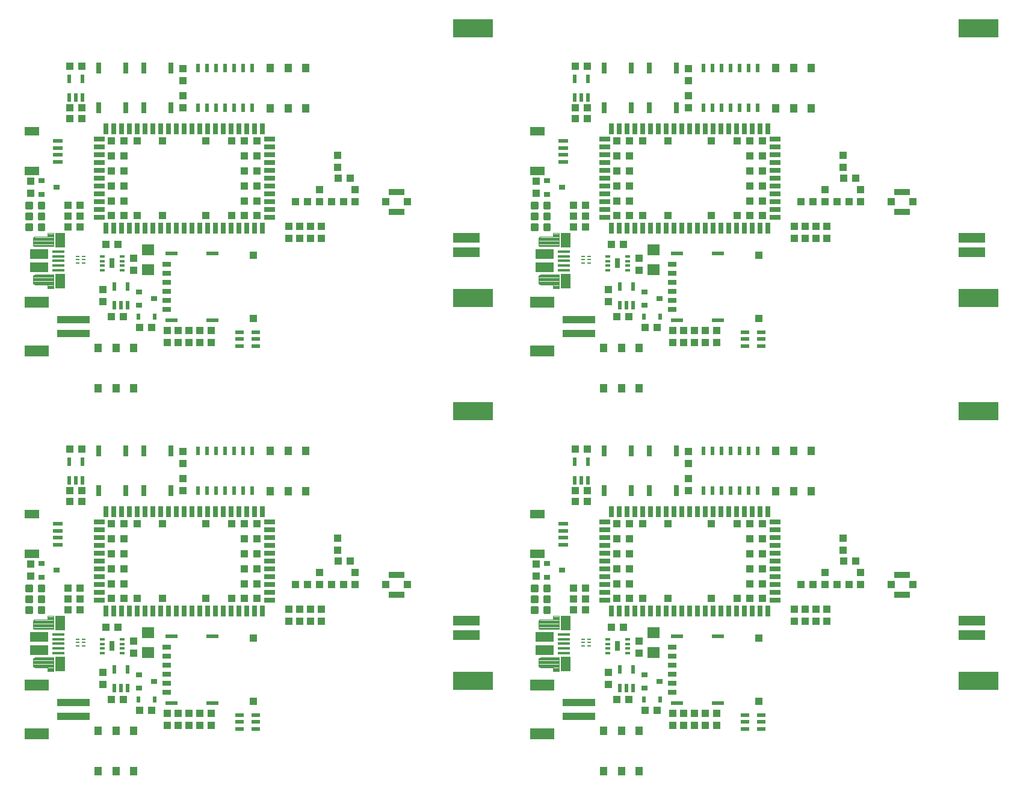
<source format=gtp>
G75*
%MOIN*%
%OFA0B0*%
%FSLAX25Y25*%
%IPPOS*%
%LPD*%
%AMOC8*
5,1,8,0,0,1.08239X$1,22.5*
%
%ADD10R,0.02953X0.06102*%
%ADD11R,0.06102X0.02953*%
%ADD12R,0.04134X0.04134*%
%ADD13R,0.05748X0.07874*%
%ADD14R,0.09843X0.05610*%
%ADD15C,0.00400*%
%ADD16C,0.00197*%
%ADD17R,0.07874X0.04724*%
%ADD18R,0.05315X0.02362*%
%ADD19R,0.18110X0.03937*%
%ADD20R,0.13386X0.06299*%
%ADD21R,0.03000X0.06000*%
%ADD22R,0.02165X0.04724*%
%ADD23R,0.04331X0.03937*%
%ADD24R,0.02480X0.03268*%
%ADD25C,0.01181*%
%ADD26R,0.03543X0.03150*%
%ADD27R,0.03937X0.04331*%
%ADD28R,0.02559X0.01181*%
%ADD29R,0.03150X0.05413*%
%ADD30R,0.03937X0.04528*%
%ADD31R,0.05118X0.02559*%
%ADD32R,0.07087X0.01890*%
%ADD33R,0.03937X0.04055*%
%ADD34R,0.08661X0.03346*%
%ADD35R,0.04134X0.03937*%
%ADD36R,0.02362X0.04724*%
%ADD37R,0.07087X0.06299*%
%ADD38R,0.22047X0.10236*%
%ADD39R,0.14567X0.05512*%
%ADD40R,0.02402X0.00984*%
%ADD41R,0.02205X0.00984*%
%ADD42R,0.04724X0.02362*%
D10*
X0109217Y0120941D03*
X0113547Y0120941D03*
X0117878Y0120941D03*
X0122209Y0120941D03*
X0126539Y0120941D03*
X0130870Y0120941D03*
X0135201Y0120941D03*
X0139531Y0120941D03*
X0143862Y0120941D03*
X0148193Y0120941D03*
X0152524Y0120941D03*
X0156854Y0120941D03*
X0161185Y0120941D03*
X0165516Y0120941D03*
X0169846Y0120941D03*
X0174177Y0120941D03*
X0178508Y0120941D03*
X0182839Y0120941D03*
X0187169Y0120941D03*
X0191500Y0120941D03*
X0195831Y0120941D03*
X0195831Y0176059D03*
X0191500Y0176059D03*
X0187169Y0176059D03*
X0182839Y0176059D03*
X0178508Y0176059D03*
X0174177Y0176059D03*
X0169846Y0176059D03*
X0165516Y0176059D03*
X0161185Y0176059D03*
X0156854Y0176059D03*
X0152524Y0176059D03*
X0148193Y0176059D03*
X0143862Y0176059D03*
X0139531Y0176059D03*
X0135201Y0176059D03*
X0130870Y0176059D03*
X0126539Y0176059D03*
X0122209Y0176059D03*
X0117878Y0176059D03*
X0113547Y0176059D03*
X0109217Y0176059D03*
X0109217Y0332941D03*
X0113547Y0332941D03*
X0117878Y0332941D03*
X0122209Y0332941D03*
X0126539Y0332941D03*
X0130870Y0332941D03*
X0135201Y0332941D03*
X0139531Y0332941D03*
X0143862Y0332941D03*
X0148193Y0332941D03*
X0152524Y0332941D03*
X0156854Y0332941D03*
X0161185Y0332941D03*
X0165516Y0332941D03*
X0169846Y0332941D03*
X0174177Y0332941D03*
X0178508Y0332941D03*
X0182839Y0332941D03*
X0187169Y0332941D03*
X0191500Y0332941D03*
X0195831Y0332941D03*
X0195831Y0388059D03*
X0191500Y0388059D03*
X0187169Y0388059D03*
X0182839Y0388059D03*
X0178508Y0388059D03*
X0174177Y0388059D03*
X0169846Y0388059D03*
X0165516Y0388059D03*
X0161185Y0388059D03*
X0156854Y0388059D03*
X0152524Y0388059D03*
X0148193Y0388059D03*
X0143862Y0388059D03*
X0139531Y0388059D03*
X0135201Y0388059D03*
X0130870Y0388059D03*
X0126539Y0388059D03*
X0122209Y0388059D03*
X0117878Y0388059D03*
X0113547Y0388059D03*
X0109217Y0388059D03*
X0389217Y0388059D03*
X0393547Y0388059D03*
X0397878Y0388059D03*
X0402209Y0388059D03*
X0406539Y0388059D03*
X0410870Y0388059D03*
X0415201Y0388059D03*
X0419531Y0388059D03*
X0423862Y0388059D03*
X0428193Y0388059D03*
X0432524Y0388059D03*
X0436854Y0388059D03*
X0441185Y0388059D03*
X0445516Y0388059D03*
X0449846Y0388059D03*
X0454177Y0388059D03*
X0458508Y0388059D03*
X0462839Y0388059D03*
X0467169Y0388059D03*
X0471500Y0388059D03*
X0475831Y0388059D03*
X0475831Y0332941D03*
X0471500Y0332941D03*
X0467169Y0332941D03*
X0462839Y0332941D03*
X0458508Y0332941D03*
X0454177Y0332941D03*
X0449846Y0332941D03*
X0445516Y0332941D03*
X0441185Y0332941D03*
X0436854Y0332941D03*
X0432524Y0332941D03*
X0428193Y0332941D03*
X0423862Y0332941D03*
X0419531Y0332941D03*
X0415201Y0332941D03*
X0410870Y0332941D03*
X0406539Y0332941D03*
X0402209Y0332941D03*
X0397878Y0332941D03*
X0393547Y0332941D03*
X0389217Y0332941D03*
X0389217Y0176059D03*
X0393547Y0176059D03*
X0397878Y0176059D03*
X0402209Y0176059D03*
X0406539Y0176059D03*
X0410870Y0176059D03*
X0415201Y0176059D03*
X0419531Y0176059D03*
X0423862Y0176059D03*
X0428193Y0176059D03*
X0432524Y0176059D03*
X0436854Y0176059D03*
X0441185Y0176059D03*
X0445516Y0176059D03*
X0449846Y0176059D03*
X0454177Y0176059D03*
X0458508Y0176059D03*
X0462839Y0176059D03*
X0467169Y0176059D03*
X0471500Y0176059D03*
X0475831Y0176059D03*
X0475831Y0120941D03*
X0471500Y0120941D03*
X0467169Y0120941D03*
X0462839Y0120941D03*
X0458508Y0120941D03*
X0454177Y0120941D03*
X0449846Y0120941D03*
X0445516Y0120941D03*
X0441185Y0120941D03*
X0436854Y0120941D03*
X0432524Y0120941D03*
X0428193Y0120941D03*
X0423862Y0120941D03*
X0419531Y0120941D03*
X0415201Y0120941D03*
X0410870Y0120941D03*
X0406539Y0120941D03*
X0402209Y0120941D03*
X0397878Y0120941D03*
X0393547Y0120941D03*
X0389217Y0120941D03*
D11*
X0385280Y0126846D03*
X0385280Y0131177D03*
X0385280Y0135508D03*
X0385280Y0139839D03*
X0385280Y0144169D03*
X0385280Y0148500D03*
X0385280Y0152831D03*
X0385280Y0157161D03*
X0385280Y0161492D03*
X0385280Y0165823D03*
X0385280Y0170154D03*
X0479768Y0170154D03*
X0479768Y0165823D03*
X0479768Y0161492D03*
X0479768Y0157161D03*
X0479768Y0152831D03*
X0479768Y0148500D03*
X0479768Y0144169D03*
X0479768Y0139839D03*
X0479768Y0135508D03*
X0479768Y0131177D03*
X0479768Y0126846D03*
X0199768Y0126846D03*
X0199768Y0131177D03*
X0199768Y0135508D03*
X0199768Y0139839D03*
X0199768Y0144169D03*
X0199768Y0148500D03*
X0199768Y0152831D03*
X0199768Y0157161D03*
X0199768Y0161492D03*
X0199768Y0165823D03*
X0199768Y0170154D03*
X0105280Y0170154D03*
X0105280Y0165823D03*
X0105280Y0161492D03*
X0105280Y0157161D03*
X0105280Y0152831D03*
X0105280Y0148500D03*
X0105280Y0144169D03*
X0105280Y0139839D03*
X0105280Y0135508D03*
X0105280Y0131177D03*
X0105280Y0126846D03*
X0105280Y0338846D03*
X0105280Y0343177D03*
X0105280Y0347508D03*
X0105280Y0351839D03*
X0105280Y0356169D03*
X0105280Y0360500D03*
X0105280Y0364831D03*
X0105280Y0369161D03*
X0105280Y0373492D03*
X0105280Y0377823D03*
X0105280Y0382154D03*
X0199768Y0382154D03*
X0199768Y0377823D03*
X0199768Y0373492D03*
X0199768Y0369161D03*
X0199768Y0364831D03*
X0199768Y0360500D03*
X0199768Y0356169D03*
X0199768Y0351839D03*
X0199768Y0347508D03*
X0199768Y0343177D03*
X0199768Y0338846D03*
X0385280Y0338846D03*
X0385280Y0343177D03*
X0385280Y0347508D03*
X0385280Y0351839D03*
X0385280Y0356169D03*
X0385280Y0360500D03*
X0385280Y0364831D03*
X0385280Y0369161D03*
X0385280Y0373492D03*
X0385280Y0377823D03*
X0385280Y0382154D03*
X0479768Y0382154D03*
X0479768Y0377823D03*
X0479768Y0373492D03*
X0479768Y0369161D03*
X0479768Y0364831D03*
X0479768Y0360500D03*
X0479768Y0356169D03*
X0479768Y0351839D03*
X0479768Y0347508D03*
X0479768Y0343177D03*
X0479768Y0338846D03*
D12*
X0472878Y0339831D03*
X0465791Y0339831D03*
X0458705Y0339831D03*
X0465791Y0348098D03*
X0472878Y0348098D03*
X0472878Y0356366D03*
X0465791Y0356366D03*
X0465791Y0364634D03*
X0472878Y0364634D03*
X0472878Y0372902D03*
X0465791Y0372902D03*
X0465791Y0381169D03*
X0458705Y0381169D03*
X0472878Y0381169D03*
X0444531Y0381169D03*
X0420516Y0381169D03*
X0406343Y0381169D03*
X0399256Y0381169D03*
X0392169Y0381169D03*
X0392169Y0372902D03*
X0399256Y0372902D03*
X0399256Y0364634D03*
X0392169Y0364634D03*
X0392169Y0356366D03*
X0399256Y0356366D03*
X0399256Y0348098D03*
X0392169Y0348098D03*
X0392169Y0339831D03*
X0399256Y0339831D03*
X0406343Y0339831D03*
X0420516Y0339831D03*
X0444531Y0339831D03*
X0444531Y0169169D03*
X0458705Y0169169D03*
X0465791Y0169169D03*
X0472878Y0169169D03*
X0472878Y0160902D03*
X0465791Y0160902D03*
X0465791Y0152634D03*
X0472878Y0152634D03*
X0472878Y0144366D03*
X0465791Y0144366D03*
X0465791Y0136098D03*
X0472878Y0136098D03*
X0472878Y0127831D03*
X0465791Y0127831D03*
X0458705Y0127831D03*
X0444531Y0127831D03*
X0420516Y0127831D03*
X0406343Y0127831D03*
X0399256Y0127831D03*
X0392169Y0127831D03*
X0392169Y0136098D03*
X0399256Y0136098D03*
X0399256Y0144366D03*
X0392169Y0144366D03*
X0392169Y0152634D03*
X0399256Y0152634D03*
X0399256Y0160902D03*
X0392169Y0160902D03*
X0392169Y0169169D03*
X0399256Y0169169D03*
X0406343Y0169169D03*
X0420516Y0169169D03*
X0192878Y0169169D03*
X0185791Y0169169D03*
X0178705Y0169169D03*
X0185791Y0160902D03*
X0192878Y0160902D03*
X0192878Y0152634D03*
X0185791Y0152634D03*
X0185791Y0144366D03*
X0192878Y0144366D03*
X0192878Y0136098D03*
X0185791Y0136098D03*
X0185791Y0127831D03*
X0178705Y0127831D03*
X0192878Y0127831D03*
X0164531Y0127831D03*
X0140516Y0127831D03*
X0126343Y0127831D03*
X0119256Y0127831D03*
X0112169Y0127831D03*
X0112169Y0136098D03*
X0119256Y0136098D03*
X0119256Y0144366D03*
X0112169Y0144366D03*
X0112169Y0152634D03*
X0119256Y0152634D03*
X0119256Y0160902D03*
X0112169Y0160902D03*
X0112169Y0169169D03*
X0119256Y0169169D03*
X0126343Y0169169D03*
X0140516Y0169169D03*
X0164531Y0169169D03*
X0164531Y0339831D03*
X0178705Y0339831D03*
X0185791Y0339831D03*
X0192878Y0339831D03*
X0192878Y0348098D03*
X0185791Y0348098D03*
X0185791Y0356366D03*
X0192878Y0356366D03*
X0192878Y0364634D03*
X0185791Y0364634D03*
X0185791Y0372902D03*
X0192878Y0372902D03*
X0192878Y0381169D03*
X0185791Y0381169D03*
X0178705Y0381169D03*
X0164531Y0381169D03*
X0140516Y0381169D03*
X0126343Y0381169D03*
X0119256Y0381169D03*
X0112169Y0381169D03*
X0112169Y0372902D03*
X0119256Y0372902D03*
X0119256Y0364634D03*
X0112169Y0364634D03*
X0112169Y0356366D03*
X0119256Y0356366D03*
X0119256Y0348098D03*
X0112169Y0348098D03*
X0112169Y0339831D03*
X0119256Y0339831D03*
X0126343Y0339831D03*
X0140516Y0339831D03*
D13*
X0083606Y0326417D03*
X0083606Y0303583D03*
X0363606Y0303583D03*
X0363606Y0326417D03*
X0363606Y0114417D03*
X0363606Y0091583D03*
X0083606Y0091583D03*
X0083606Y0114417D03*
D14*
X0071992Y0106789D03*
X0071992Y0099211D03*
X0351992Y0099211D03*
X0351992Y0106789D03*
X0351992Y0311211D03*
X0351992Y0318789D03*
X0071992Y0318789D03*
X0071992Y0311211D03*
D15*
X0069964Y0307194D02*
X0069675Y0307161D01*
X0069400Y0307065D01*
X0069153Y0306910D01*
X0068947Y0306704D01*
X0068793Y0306458D01*
X0068696Y0306183D01*
X0068664Y0305894D01*
X0068664Y0302994D01*
X0068694Y0302727D01*
X0068783Y0302473D01*
X0068926Y0302246D01*
X0069116Y0302055D01*
X0069343Y0301913D01*
X0069597Y0301824D01*
X0069864Y0301794D01*
X0076764Y0301794D01*
X0076802Y0301786D01*
X0076834Y0301764D01*
X0076856Y0301732D01*
X0076864Y0301694D01*
X0076864Y0299794D01*
X0079964Y0299794D01*
X0079964Y0307194D01*
X0069964Y0307194D01*
X0069391Y0307059D02*
X0079964Y0307059D01*
X0079964Y0306661D02*
X0068920Y0306661D01*
X0068724Y0306262D02*
X0079964Y0306262D01*
X0079964Y0305864D02*
X0068664Y0305864D01*
X0068664Y0305465D02*
X0079964Y0305465D01*
X0079964Y0305067D02*
X0068664Y0305067D01*
X0068664Y0304668D02*
X0079964Y0304668D01*
X0079964Y0304270D02*
X0068664Y0304270D01*
X0068664Y0303871D02*
X0079964Y0303871D01*
X0079964Y0303473D02*
X0068664Y0303473D01*
X0068664Y0303074D02*
X0079964Y0303074D01*
X0079964Y0302676D02*
X0068712Y0302676D01*
X0068906Y0302277D02*
X0079964Y0302277D01*
X0079964Y0301879D02*
X0069440Y0301879D01*
X0076864Y0301480D02*
X0079964Y0301480D01*
X0079964Y0301082D02*
X0076864Y0301082D01*
X0076864Y0300683D02*
X0079964Y0300683D01*
X0079964Y0300285D02*
X0076864Y0300285D01*
X0076864Y0299886D02*
X0079964Y0299886D01*
X0079964Y0322857D02*
X0069964Y0322857D01*
X0069675Y0322889D01*
X0069400Y0322986D01*
X0069153Y0323140D01*
X0068947Y0323346D01*
X0068793Y0323593D01*
X0068696Y0323868D01*
X0068664Y0324157D01*
X0068664Y0327057D01*
X0068694Y0327324D01*
X0068783Y0327577D01*
X0068926Y0327805D01*
X0069116Y0327995D01*
X0069343Y0328138D01*
X0069597Y0328227D01*
X0069864Y0328257D01*
X0076764Y0328257D01*
X0076802Y0328264D01*
X0076834Y0328286D01*
X0076856Y0328319D01*
X0076864Y0328357D01*
X0076864Y0330257D01*
X0079964Y0330257D01*
X0079964Y0322857D01*
X0079964Y0323000D02*
X0069377Y0323000D01*
X0068915Y0323398D02*
X0079964Y0323398D01*
X0079964Y0323797D02*
X0068721Y0323797D01*
X0068664Y0324195D02*
X0079964Y0324195D01*
X0079964Y0324594D02*
X0068664Y0324594D01*
X0068664Y0324992D02*
X0079964Y0324992D01*
X0079964Y0325391D02*
X0068664Y0325391D01*
X0068664Y0325789D02*
X0079964Y0325789D01*
X0079964Y0326188D02*
X0068664Y0326188D01*
X0068664Y0326586D02*
X0079964Y0326586D01*
X0079964Y0326985D02*
X0068664Y0326985D01*
X0068715Y0327383D02*
X0079964Y0327383D01*
X0079964Y0327782D02*
X0068911Y0327782D01*
X0069465Y0328181D02*
X0079964Y0328181D01*
X0079964Y0328579D02*
X0076864Y0328579D01*
X0076864Y0328978D02*
X0079964Y0328978D01*
X0079964Y0329376D02*
X0076864Y0329376D01*
X0076864Y0329775D02*
X0079964Y0329775D01*
X0079964Y0330173D02*
X0076864Y0330173D01*
X0348664Y0327057D02*
X0348664Y0324157D01*
X0348696Y0323868D01*
X0348793Y0323593D01*
X0348947Y0323346D01*
X0349153Y0323140D01*
X0349400Y0322986D01*
X0349675Y0322889D01*
X0349964Y0322857D01*
X0359964Y0322857D01*
X0359964Y0330257D01*
X0356864Y0330257D01*
X0356864Y0328357D01*
X0356856Y0328319D01*
X0356834Y0328286D01*
X0356802Y0328264D01*
X0356764Y0328257D01*
X0349864Y0328257D01*
X0349597Y0328227D01*
X0349343Y0328138D01*
X0349116Y0327995D01*
X0348926Y0327805D01*
X0348783Y0327577D01*
X0348694Y0327324D01*
X0348664Y0327057D01*
X0348664Y0326985D02*
X0359964Y0326985D01*
X0359964Y0327383D02*
X0348715Y0327383D01*
X0348911Y0327782D02*
X0359964Y0327782D01*
X0359964Y0328181D02*
X0349465Y0328181D01*
X0348664Y0326586D02*
X0359964Y0326586D01*
X0359964Y0326188D02*
X0348664Y0326188D01*
X0348664Y0325789D02*
X0359964Y0325789D01*
X0359964Y0325391D02*
X0348664Y0325391D01*
X0348664Y0324992D02*
X0359964Y0324992D01*
X0359964Y0324594D02*
X0348664Y0324594D01*
X0348664Y0324195D02*
X0359964Y0324195D01*
X0359964Y0323797D02*
X0348721Y0323797D01*
X0348915Y0323398D02*
X0359964Y0323398D01*
X0359964Y0323000D02*
X0349377Y0323000D01*
X0356864Y0328579D02*
X0359964Y0328579D01*
X0359964Y0328978D02*
X0356864Y0328978D01*
X0356864Y0329376D02*
X0359964Y0329376D01*
X0359964Y0329775D02*
X0356864Y0329775D01*
X0356864Y0330173D02*
X0359964Y0330173D01*
X0359964Y0307194D02*
X0349964Y0307194D01*
X0349675Y0307161D01*
X0349400Y0307065D01*
X0349153Y0306910D01*
X0348947Y0306704D01*
X0348793Y0306458D01*
X0348696Y0306183D01*
X0348664Y0305894D01*
X0348664Y0302994D01*
X0348694Y0302727D01*
X0348783Y0302473D01*
X0348926Y0302246D01*
X0349116Y0302055D01*
X0349343Y0301913D01*
X0349597Y0301824D01*
X0349864Y0301794D01*
X0356764Y0301794D01*
X0356802Y0301786D01*
X0356834Y0301764D01*
X0356856Y0301732D01*
X0356864Y0301694D01*
X0356864Y0299794D01*
X0359964Y0299794D01*
X0359964Y0307194D01*
X0359964Y0307059D02*
X0349391Y0307059D01*
X0348920Y0306661D02*
X0359964Y0306661D01*
X0359964Y0306262D02*
X0348724Y0306262D01*
X0348664Y0305864D02*
X0359964Y0305864D01*
X0359964Y0305465D02*
X0348664Y0305465D01*
X0348664Y0305067D02*
X0359964Y0305067D01*
X0359964Y0304668D02*
X0348664Y0304668D01*
X0348664Y0304270D02*
X0359964Y0304270D01*
X0359964Y0303871D02*
X0348664Y0303871D01*
X0348664Y0303473D02*
X0359964Y0303473D01*
X0359964Y0303074D02*
X0348664Y0303074D01*
X0348712Y0302676D02*
X0359964Y0302676D01*
X0359964Y0302277D02*
X0348906Y0302277D01*
X0349440Y0301879D02*
X0359964Y0301879D01*
X0359964Y0301480D02*
X0356864Y0301480D01*
X0356864Y0301082D02*
X0359964Y0301082D01*
X0359964Y0300683D02*
X0356864Y0300683D01*
X0356864Y0300285D02*
X0359964Y0300285D01*
X0359964Y0299886D02*
X0356864Y0299886D01*
X0356864Y0118257D02*
X0359964Y0118257D01*
X0359964Y0110857D01*
X0349964Y0110857D01*
X0349675Y0110889D01*
X0349400Y0110986D01*
X0349153Y0111140D01*
X0348947Y0111346D01*
X0348793Y0111593D01*
X0348696Y0111868D01*
X0348664Y0112157D01*
X0348664Y0115057D01*
X0348694Y0115324D01*
X0348783Y0115577D01*
X0348926Y0115805D01*
X0349116Y0115995D01*
X0349343Y0116138D01*
X0349597Y0116227D01*
X0349864Y0116257D01*
X0356764Y0116257D01*
X0356802Y0116264D01*
X0356834Y0116286D01*
X0356856Y0116319D01*
X0356864Y0116357D01*
X0356864Y0118257D01*
X0356864Y0118165D02*
X0359964Y0118165D01*
X0359964Y0117767D02*
X0356864Y0117767D01*
X0356864Y0117368D02*
X0359964Y0117368D01*
X0359964Y0116970D02*
X0356864Y0116970D01*
X0356864Y0116571D02*
X0359964Y0116571D01*
X0359964Y0116172D02*
X0349442Y0116172D01*
X0348906Y0115774D02*
X0359964Y0115774D01*
X0359964Y0115375D02*
X0348712Y0115375D01*
X0348664Y0114977D02*
X0359964Y0114977D01*
X0359964Y0114578D02*
X0348664Y0114578D01*
X0348664Y0114180D02*
X0359964Y0114180D01*
X0359964Y0113781D02*
X0348664Y0113781D01*
X0348664Y0113383D02*
X0359964Y0113383D01*
X0359964Y0112984D02*
X0348664Y0112984D01*
X0348664Y0112586D02*
X0359964Y0112586D01*
X0359964Y0112187D02*
X0348664Y0112187D01*
X0348724Y0111789D02*
X0359964Y0111789D01*
X0359964Y0111390D02*
X0348920Y0111390D01*
X0349390Y0110992D02*
X0359964Y0110992D01*
X0359964Y0095194D02*
X0349964Y0095194D01*
X0349675Y0095161D01*
X0349400Y0095065D01*
X0349153Y0094910D01*
X0348947Y0094704D01*
X0348793Y0094458D01*
X0348696Y0094183D01*
X0348664Y0093894D01*
X0348664Y0090994D01*
X0348694Y0090727D01*
X0348783Y0090473D01*
X0348926Y0090246D01*
X0349116Y0090055D01*
X0349343Y0089913D01*
X0349597Y0089824D01*
X0349864Y0089794D01*
X0356764Y0089794D01*
X0356802Y0089786D01*
X0356834Y0089764D01*
X0356856Y0089732D01*
X0356864Y0089694D01*
X0356864Y0087794D01*
X0359964Y0087794D01*
X0359964Y0095194D01*
X0359964Y0095051D02*
X0349378Y0095051D01*
X0348915Y0094653D02*
X0359964Y0094653D01*
X0359964Y0094254D02*
X0348721Y0094254D01*
X0348664Y0093856D02*
X0359964Y0093856D01*
X0359964Y0093457D02*
X0348664Y0093457D01*
X0348664Y0093059D02*
X0359964Y0093059D01*
X0359964Y0092660D02*
X0348664Y0092660D01*
X0348664Y0092262D02*
X0359964Y0092262D01*
X0359964Y0091863D02*
X0348664Y0091863D01*
X0348664Y0091465D02*
X0359964Y0091465D01*
X0359964Y0091066D02*
X0348664Y0091066D01*
X0348714Y0090668D02*
X0359964Y0090668D01*
X0359964Y0090269D02*
X0348911Y0090269D01*
X0349463Y0089871D02*
X0359964Y0089871D01*
X0359964Y0089472D02*
X0356864Y0089472D01*
X0356864Y0089074D02*
X0359964Y0089074D01*
X0359964Y0088675D02*
X0356864Y0088675D01*
X0356864Y0088277D02*
X0359964Y0088277D01*
X0359964Y0087878D02*
X0356864Y0087878D01*
X0079964Y0087878D02*
X0076864Y0087878D01*
X0076864Y0087794D02*
X0079964Y0087794D01*
X0079964Y0095194D01*
X0069964Y0095194D01*
X0069675Y0095161D01*
X0069400Y0095065D01*
X0069153Y0094910D01*
X0068947Y0094704D01*
X0068793Y0094458D01*
X0068696Y0094183D01*
X0068664Y0093894D01*
X0068664Y0090994D01*
X0068694Y0090727D01*
X0068783Y0090473D01*
X0068926Y0090246D01*
X0069116Y0090055D01*
X0069343Y0089913D01*
X0069597Y0089824D01*
X0069864Y0089794D01*
X0076764Y0089794D01*
X0076802Y0089786D01*
X0076834Y0089764D01*
X0076856Y0089732D01*
X0076864Y0089694D01*
X0076864Y0087794D01*
X0076864Y0088277D02*
X0079964Y0088277D01*
X0079964Y0088675D02*
X0076864Y0088675D01*
X0076864Y0089074D02*
X0079964Y0089074D01*
X0079964Y0089472D02*
X0076864Y0089472D01*
X0079964Y0089871D02*
X0069463Y0089871D01*
X0068911Y0090269D02*
X0079964Y0090269D01*
X0079964Y0090668D02*
X0068714Y0090668D01*
X0068664Y0091066D02*
X0079964Y0091066D01*
X0079964Y0091465D02*
X0068664Y0091465D01*
X0068664Y0091863D02*
X0079964Y0091863D01*
X0079964Y0092262D02*
X0068664Y0092262D01*
X0068664Y0092660D02*
X0079964Y0092660D01*
X0079964Y0093059D02*
X0068664Y0093059D01*
X0068664Y0093457D02*
X0079964Y0093457D01*
X0079964Y0093856D02*
X0068664Y0093856D01*
X0068721Y0094254D02*
X0079964Y0094254D01*
X0079964Y0094653D02*
X0068915Y0094653D01*
X0069378Y0095051D02*
X0079964Y0095051D01*
X0079964Y0110857D02*
X0069964Y0110857D01*
X0069675Y0110889D01*
X0069400Y0110986D01*
X0069153Y0111140D01*
X0068947Y0111346D01*
X0068793Y0111593D01*
X0068696Y0111868D01*
X0068664Y0112157D01*
X0068664Y0115057D01*
X0068694Y0115324D01*
X0068783Y0115577D01*
X0068926Y0115805D01*
X0069116Y0115995D01*
X0069343Y0116138D01*
X0069597Y0116227D01*
X0069864Y0116257D01*
X0076764Y0116257D01*
X0076802Y0116264D01*
X0076834Y0116286D01*
X0076856Y0116319D01*
X0076864Y0116357D01*
X0076864Y0118257D01*
X0079964Y0118257D01*
X0079964Y0110857D01*
X0079964Y0110992D02*
X0069390Y0110992D01*
X0068920Y0111390D02*
X0079964Y0111390D01*
X0079964Y0111789D02*
X0068724Y0111789D01*
X0068664Y0112187D02*
X0079964Y0112187D01*
X0079964Y0112586D02*
X0068664Y0112586D01*
X0068664Y0112984D02*
X0079964Y0112984D01*
X0079964Y0113383D02*
X0068664Y0113383D01*
X0068664Y0113781D02*
X0079964Y0113781D01*
X0079964Y0114180D02*
X0068664Y0114180D01*
X0068664Y0114578D02*
X0079964Y0114578D01*
X0079964Y0114977D02*
X0068664Y0114977D01*
X0068712Y0115375D02*
X0079964Y0115375D01*
X0079964Y0115774D02*
X0068906Y0115774D01*
X0069442Y0116172D02*
X0079964Y0116172D01*
X0079964Y0116571D02*
X0076864Y0116571D01*
X0076864Y0116970D02*
X0079964Y0116970D01*
X0079964Y0117368D02*
X0076864Y0117368D01*
X0076864Y0117767D02*
X0079964Y0117767D01*
X0079964Y0118165D02*
X0076864Y0118165D01*
D16*
X0079351Y0108610D02*
X0085748Y0108610D01*
X0085748Y0107626D01*
X0079351Y0107626D01*
X0079351Y0108610D01*
X0079351Y0108598D02*
X0085748Y0108598D01*
X0085748Y0108403D02*
X0079351Y0108403D01*
X0079351Y0108208D02*
X0085748Y0108208D01*
X0085748Y0108012D02*
X0079351Y0108012D01*
X0079351Y0107817D02*
X0085748Y0107817D01*
X0085748Y0106051D02*
X0079351Y0106051D01*
X0079351Y0105067D01*
X0085748Y0105067D01*
X0085748Y0106051D01*
X0085748Y0105863D02*
X0079351Y0105863D01*
X0079351Y0105668D02*
X0085748Y0105668D01*
X0085748Y0105473D02*
X0079351Y0105473D01*
X0079351Y0105277D02*
X0085748Y0105277D01*
X0085748Y0105082D02*
X0079351Y0105082D01*
X0079351Y0103492D02*
X0085748Y0103492D01*
X0085748Y0102508D01*
X0079351Y0102508D01*
X0079351Y0103492D01*
X0079351Y0103324D02*
X0085748Y0103324D01*
X0085748Y0103128D02*
X0079351Y0103128D01*
X0079351Y0102933D02*
X0085748Y0102933D01*
X0085748Y0102737D02*
X0079351Y0102737D01*
X0079351Y0102542D02*
X0085748Y0102542D01*
X0085748Y0100933D02*
X0079351Y0100933D01*
X0079351Y0099949D01*
X0085748Y0099949D01*
X0085748Y0100933D01*
X0085748Y0100784D02*
X0079351Y0100784D01*
X0079351Y0100588D02*
X0085748Y0100588D01*
X0085748Y0100393D02*
X0079351Y0100393D01*
X0079351Y0100198D02*
X0085748Y0100198D01*
X0085748Y0100002D02*
X0079351Y0100002D01*
X0079351Y0098374D02*
X0085748Y0098374D01*
X0085748Y0097390D01*
X0079351Y0097390D01*
X0079351Y0098374D01*
X0079351Y0098244D02*
X0085748Y0098244D01*
X0085748Y0098049D02*
X0079351Y0098049D01*
X0079351Y0097853D02*
X0085748Y0097853D01*
X0085748Y0097658D02*
X0079351Y0097658D01*
X0079351Y0097463D02*
X0085748Y0097463D01*
X0359351Y0097463D02*
X0365748Y0097463D01*
X0365748Y0097390D02*
X0359351Y0097390D01*
X0359351Y0098374D01*
X0365748Y0098374D01*
X0365748Y0097390D01*
X0365748Y0097658D02*
X0359351Y0097658D01*
X0359351Y0097853D02*
X0365748Y0097853D01*
X0365748Y0098049D02*
X0359351Y0098049D01*
X0359351Y0098244D02*
X0365748Y0098244D01*
X0365748Y0099949D02*
X0359351Y0099949D01*
X0359351Y0100933D01*
X0365748Y0100933D01*
X0365748Y0099949D01*
X0365748Y0100002D02*
X0359351Y0100002D01*
X0359351Y0100198D02*
X0365748Y0100198D01*
X0365748Y0100393D02*
X0359351Y0100393D01*
X0359351Y0100588D02*
X0365748Y0100588D01*
X0365748Y0100784D02*
X0359351Y0100784D01*
X0359351Y0102508D02*
X0359351Y0103492D01*
X0365748Y0103492D01*
X0365748Y0102508D01*
X0359351Y0102508D01*
X0359351Y0102542D02*
X0365748Y0102542D01*
X0365748Y0102737D02*
X0359351Y0102737D01*
X0359351Y0102933D02*
X0365748Y0102933D01*
X0365748Y0103128D02*
X0359351Y0103128D01*
X0359351Y0103324D02*
X0365748Y0103324D01*
X0365748Y0105067D02*
X0359351Y0105067D01*
X0359351Y0106051D01*
X0365748Y0106051D01*
X0365748Y0105067D01*
X0365748Y0105082D02*
X0359351Y0105082D01*
X0359351Y0105277D02*
X0365748Y0105277D01*
X0365748Y0105473D02*
X0359351Y0105473D01*
X0359351Y0105668D02*
X0365748Y0105668D01*
X0365748Y0105863D02*
X0359351Y0105863D01*
X0359351Y0107626D02*
X0359351Y0108610D01*
X0365748Y0108610D01*
X0365748Y0107626D01*
X0359351Y0107626D01*
X0359351Y0107817D02*
X0365748Y0107817D01*
X0365748Y0108012D02*
X0359351Y0108012D01*
X0359351Y0108208D02*
X0365748Y0108208D01*
X0365748Y0108403D02*
X0359351Y0108403D01*
X0359351Y0108598D02*
X0365748Y0108598D01*
X0365748Y0309390D02*
X0359351Y0309390D01*
X0359351Y0310374D01*
X0365748Y0310374D01*
X0365748Y0309390D01*
X0365748Y0309430D02*
X0359351Y0309430D01*
X0359351Y0309626D02*
X0365748Y0309626D01*
X0365748Y0309821D02*
X0359351Y0309821D01*
X0359351Y0310016D02*
X0365748Y0310016D01*
X0365748Y0310212D02*
X0359351Y0310212D01*
X0359351Y0311949D02*
X0359351Y0312933D01*
X0365748Y0312933D01*
X0365748Y0311949D01*
X0359351Y0311949D01*
X0359351Y0311970D02*
X0365748Y0311970D01*
X0365748Y0312165D02*
X0359351Y0312165D01*
X0359351Y0312361D02*
X0365748Y0312361D01*
X0365748Y0312556D02*
X0359351Y0312556D01*
X0359351Y0312751D02*
X0365748Y0312751D01*
X0365748Y0314508D02*
X0359351Y0314508D01*
X0359351Y0315492D01*
X0365748Y0315492D01*
X0365748Y0314508D01*
X0365748Y0314510D02*
X0359351Y0314510D01*
X0359351Y0314705D02*
X0365748Y0314705D01*
X0365748Y0314900D02*
X0359351Y0314900D01*
X0359351Y0315096D02*
X0365748Y0315096D01*
X0365748Y0315291D02*
X0359351Y0315291D01*
X0359351Y0315486D02*
X0365748Y0315486D01*
X0365748Y0317067D02*
X0359351Y0317067D01*
X0359351Y0318051D01*
X0365748Y0318051D01*
X0365748Y0317067D01*
X0365748Y0317245D02*
X0359351Y0317245D01*
X0359351Y0317440D02*
X0365748Y0317440D01*
X0365748Y0317635D02*
X0359351Y0317635D01*
X0359351Y0317831D02*
X0365748Y0317831D01*
X0365748Y0318026D02*
X0359351Y0318026D01*
X0359351Y0319626D02*
X0359351Y0320610D01*
X0365748Y0320610D01*
X0365748Y0319626D01*
X0359351Y0319626D01*
X0359351Y0319784D02*
X0365748Y0319784D01*
X0365748Y0319980D02*
X0359351Y0319980D01*
X0359351Y0320175D02*
X0365748Y0320175D01*
X0365748Y0320370D02*
X0359351Y0320370D01*
X0359351Y0320566D02*
X0365748Y0320566D01*
X0085748Y0320566D02*
X0079351Y0320566D01*
X0079351Y0320610D02*
X0085748Y0320610D01*
X0085748Y0319626D01*
X0079351Y0319626D01*
X0079351Y0320610D01*
X0079351Y0320370D02*
X0085748Y0320370D01*
X0085748Y0320175D02*
X0079351Y0320175D01*
X0079351Y0319980D02*
X0085748Y0319980D01*
X0085748Y0319784D02*
X0079351Y0319784D01*
X0079351Y0318051D02*
X0085748Y0318051D01*
X0085748Y0317067D01*
X0079351Y0317067D01*
X0079351Y0318051D01*
X0079351Y0318026D02*
X0085748Y0318026D01*
X0085748Y0317831D02*
X0079351Y0317831D01*
X0079351Y0317635D02*
X0085748Y0317635D01*
X0085748Y0317440D02*
X0079351Y0317440D01*
X0079351Y0317245D02*
X0085748Y0317245D01*
X0085748Y0315492D02*
X0079351Y0315492D01*
X0079351Y0314508D01*
X0085748Y0314508D01*
X0085748Y0315492D01*
X0085748Y0315486D02*
X0079351Y0315486D01*
X0079351Y0315291D02*
X0085748Y0315291D01*
X0085748Y0315096D02*
X0079351Y0315096D01*
X0079351Y0314900D02*
X0085748Y0314900D01*
X0085748Y0314705D02*
X0079351Y0314705D01*
X0079351Y0314510D02*
X0085748Y0314510D01*
X0085748Y0312933D02*
X0079351Y0312933D01*
X0079351Y0311949D01*
X0085748Y0311949D01*
X0085748Y0312933D01*
X0085748Y0312751D02*
X0079351Y0312751D01*
X0079351Y0312556D02*
X0085748Y0312556D01*
X0085748Y0312361D02*
X0079351Y0312361D01*
X0079351Y0312165D02*
X0085748Y0312165D01*
X0085748Y0311970D02*
X0079351Y0311970D01*
X0079351Y0310374D02*
X0085748Y0310374D01*
X0085748Y0309390D01*
X0079351Y0309390D01*
X0079351Y0310374D01*
X0079351Y0310212D02*
X0085748Y0310212D01*
X0085748Y0310016D02*
X0079351Y0310016D01*
X0079351Y0309821D02*
X0085748Y0309821D01*
X0085748Y0309626D02*
X0079351Y0309626D01*
X0079351Y0309430D02*
X0085748Y0309430D01*
D17*
X0068055Y0364476D03*
X0068055Y0386524D03*
X0348055Y0386524D03*
X0348055Y0364476D03*
X0348055Y0174524D03*
X0348055Y0152476D03*
X0068055Y0152476D03*
X0068055Y0174524D03*
D18*
X0082524Y0169406D03*
X0082524Y0165469D03*
X0082524Y0161531D03*
X0082524Y0157594D03*
X0362524Y0157594D03*
X0362524Y0161531D03*
X0362524Y0165469D03*
X0362524Y0169406D03*
X0362524Y0369594D03*
X0362524Y0373531D03*
X0362524Y0377469D03*
X0362524Y0381406D03*
X0082524Y0381406D03*
X0082524Y0377469D03*
X0082524Y0373531D03*
X0082524Y0369594D03*
D19*
X0091091Y0282437D03*
X0091091Y0274563D03*
X0371091Y0274563D03*
X0371091Y0282437D03*
X0371091Y0070437D03*
X0371091Y0062563D03*
X0091091Y0062563D03*
X0091091Y0070437D03*
D20*
X0070618Y0053114D03*
X0070618Y0079886D03*
X0070618Y0265114D03*
X0070618Y0291886D03*
X0350618Y0291886D03*
X0350618Y0265114D03*
X0350618Y0079886D03*
X0350618Y0053114D03*
D21*
X0385024Y0187500D03*
X0400024Y0187500D03*
X0410024Y0187500D03*
X0425024Y0187500D03*
X0425024Y0209500D03*
X0410024Y0209500D03*
X0400024Y0209500D03*
X0385024Y0209500D03*
X0145024Y0209500D03*
X0130024Y0209500D03*
X0120024Y0209500D03*
X0105024Y0209500D03*
X0105024Y0187500D03*
X0120024Y0187500D03*
X0130024Y0187500D03*
X0145024Y0187500D03*
X0145024Y0399500D03*
X0130024Y0399500D03*
X0120024Y0399500D03*
X0105024Y0399500D03*
X0105024Y0421500D03*
X0120024Y0421500D03*
X0130024Y0421500D03*
X0145024Y0421500D03*
X0385024Y0421500D03*
X0400024Y0421500D03*
X0410024Y0421500D03*
X0425024Y0421500D03*
X0425024Y0399500D03*
X0410024Y0399500D03*
X0400024Y0399500D03*
X0385024Y0399500D03*
D22*
X0376264Y0405381D03*
X0372524Y0405381D03*
X0368783Y0405381D03*
X0368783Y0415619D03*
X0376264Y0415619D03*
X0393783Y0300619D03*
X0401264Y0300619D03*
X0401264Y0290381D03*
X0397524Y0290381D03*
X0393783Y0290381D03*
X0376264Y0203619D03*
X0368783Y0203619D03*
X0368783Y0193381D03*
X0372524Y0193381D03*
X0376264Y0193381D03*
X0393783Y0088619D03*
X0401264Y0088619D03*
X0401264Y0078381D03*
X0397524Y0078381D03*
X0393783Y0078381D03*
X0121264Y0078381D03*
X0117524Y0078381D03*
X0113783Y0078381D03*
X0113783Y0088619D03*
X0121264Y0088619D03*
X0096264Y0193381D03*
X0092524Y0193381D03*
X0088783Y0193381D03*
X0088783Y0203619D03*
X0096264Y0203619D03*
X0113783Y0290381D03*
X0117524Y0290381D03*
X0121264Y0290381D03*
X0121264Y0300619D03*
X0113783Y0300619D03*
X0096264Y0405381D03*
X0092524Y0405381D03*
X0088783Y0405381D03*
X0088783Y0415619D03*
X0096264Y0415619D03*
D23*
X0095870Y0422600D03*
X0089177Y0422600D03*
X0089177Y0399500D03*
X0089177Y0393500D03*
X0095870Y0393500D03*
X0095870Y0399500D03*
X0094870Y0345500D03*
X0088177Y0345500D03*
X0088177Y0339500D03*
X0088177Y0333500D03*
X0094870Y0333500D03*
X0094870Y0339500D03*
X0109177Y0324000D03*
X0115870Y0324000D03*
X0118870Y0284000D03*
X0112177Y0284000D03*
X0127677Y0278000D03*
X0134370Y0278000D03*
X0214177Y0347508D03*
X0220870Y0347508D03*
X0234177Y0347508D03*
X0240870Y0347508D03*
X0237677Y0360500D03*
X0244370Y0360500D03*
X0368177Y0345500D03*
X0374870Y0345500D03*
X0374870Y0339500D03*
X0374870Y0333500D03*
X0368177Y0333500D03*
X0368177Y0339500D03*
X0389177Y0324000D03*
X0395870Y0324000D03*
X0398870Y0284000D03*
X0392177Y0284000D03*
X0407677Y0278000D03*
X0414370Y0278000D03*
X0494177Y0347508D03*
X0500870Y0347508D03*
X0514177Y0347508D03*
X0520870Y0347508D03*
X0517677Y0360500D03*
X0524370Y0360500D03*
X0375870Y0393500D03*
X0375870Y0399500D03*
X0369177Y0399500D03*
X0369177Y0393500D03*
X0369177Y0422600D03*
X0375870Y0422600D03*
X0375870Y0210600D03*
X0369177Y0210600D03*
X0369177Y0187500D03*
X0375870Y0187500D03*
X0375870Y0181500D03*
X0369177Y0181500D03*
X0368177Y0133500D03*
X0368177Y0127500D03*
X0368177Y0121500D03*
X0374870Y0121500D03*
X0374870Y0127500D03*
X0374870Y0133500D03*
X0389177Y0112000D03*
X0395870Y0112000D03*
X0398870Y0072000D03*
X0392177Y0072000D03*
X0407677Y0066000D03*
X0414370Y0066000D03*
X0494177Y0135508D03*
X0500870Y0135508D03*
X0514177Y0135508D03*
X0520870Y0135508D03*
X0517677Y0148500D03*
X0524370Y0148500D03*
X0244370Y0148500D03*
X0237677Y0148500D03*
X0240870Y0135508D03*
X0234177Y0135508D03*
X0220870Y0135508D03*
X0214177Y0135508D03*
X0115870Y0112000D03*
X0109177Y0112000D03*
X0094870Y0121500D03*
X0094870Y0127500D03*
X0094870Y0133500D03*
X0088177Y0133500D03*
X0088177Y0127500D03*
X0088177Y0121500D03*
X0112177Y0072000D03*
X0118870Y0072000D03*
X0127677Y0066000D03*
X0134370Y0066000D03*
X0095870Y0181500D03*
X0089177Y0181500D03*
X0089177Y0187500D03*
X0095870Y0187500D03*
X0095870Y0210600D03*
X0089177Y0210600D03*
D24*
X0126996Y0284000D03*
X0136051Y0284000D03*
X0406996Y0284000D03*
X0416051Y0284000D03*
X0416051Y0072000D03*
X0406996Y0072000D03*
X0136051Y0072000D03*
X0126996Y0072000D03*
D25*
X0074854Y0120122D02*
X0074854Y0122878D01*
X0074854Y0120122D02*
X0072098Y0120122D01*
X0072098Y0122878D01*
X0074854Y0122878D01*
X0074854Y0121244D02*
X0072098Y0121244D01*
X0072098Y0122366D02*
X0074854Y0122366D01*
X0072098Y0126122D02*
X0072098Y0128878D01*
X0074854Y0128878D01*
X0074854Y0126122D01*
X0072098Y0126122D01*
X0072098Y0127244D02*
X0074854Y0127244D01*
X0074854Y0128366D02*
X0072098Y0128366D01*
X0072098Y0132122D02*
X0072098Y0134878D01*
X0074854Y0134878D01*
X0074854Y0132122D01*
X0072098Y0132122D01*
X0072098Y0133244D02*
X0074854Y0133244D01*
X0074854Y0134366D02*
X0072098Y0134366D01*
X0065193Y0134878D02*
X0065193Y0132122D01*
X0065193Y0134878D02*
X0067949Y0134878D01*
X0067949Y0132122D01*
X0065193Y0132122D01*
X0065193Y0133244D02*
X0067949Y0133244D01*
X0067949Y0134366D02*
X0065193Y0134366D01*
X0065193Y0128878D02*
X0065193Y0126122D01*
X0065193Y0128878D02*
X0067949Y0128878D01*
X0067949Y0126122D01*
X0065193Y0126122D01*
X0065193Y0127244D02*
X0067949Y0127244D01*
X0067949Y0128366D02*
X0065193Y0128366D01*
X0067949Y0122878D02*
X0067949Y0120122D01*
X0065193Y0120122D01*
X0065193Y0122878D01*
X0067949Y0122878D01*
X0067949Y0121244D02*
X0065193Y0121244D01*
X0065193Y0122366D02*
X0067949Y0122366D01*
X0347949Y0122878D02*
X0347949Y0120122D01*
X0345193Y0120122D01*
X0345193Y0122878D01*
X0347949Y0122878D01*
X0347949Y0121244D02*
X0345193Y0121244D01*
X0345193Y0122366D02*
X0347949Y0122366D01*
X0345193Y0126122D02*
X0345193Y0128878D01*
X0347949Y0128878D01*
X0347949Y0126122D01*
X0345193Y0126122D01*
X0345193Y0127244D02*
X0347949Y0127244D01*
X0347949Y0128366D02*
X0345193Y0128366D01*
X0345193Y0132122D02*
X0345193Y0134878D01*
X0347949Y0134878D01*
X0347949Y0132122D01*
X0345193Y0132122D01*
X0345193Y0133244D02*
X0347949Y0133244D01*
X0347949Y0134366D02*
X0345193Y0134366D01*
X0352098Y0134878D02*
X0352098Y0132122D01*
X0352098Y0134878D02*
X0354854Y0134878D01*
X0354854Y0132122D01*
X0352098Y0132122D01*
X0352098Y0133244D02*
X0354854Y0133244D01*
X0354854Y0134366D02*
X0352098Y0134366D01*
X0352098Y0128878D02*
X0352098Y0126122D01*
X0352098Y0128878D02*
X0354854Y0128878D01*
X0354854Y0126122D01*
X0352098Y0126122D01*
X0352098Y0127244D02*
X0354854Y0127244D01*
X0354854Y0128366D02*
X0352098Y0128366D01*
X0354854Y0122878D02*
X0354854Y0120122D01*
X0352098Y0120122D01*
X0352098Y0122878D01*
X0354854Y0122878D01*
X0354854Y0121244D02*
X0352098Y0121244D01*
X0352098Y0122366D02*
X0354854Y0122366D01*
X0354854Y0332122D02*
X0354854Y0334878D01*
X0354854Y0332122D02*
X0352098Y0332122D01*
X0352098Y0334878D01*
X0354854Y0334878D01*
X0354854Y0333244D02*
X0352098Y0333244D01*
X0352098Y0334366D02*
X0354854Y0334366D01*
X0352098Y0338122D02*
X0352098Y0340878D01*
X0354854Y0340878D01*
X0354854Y0338122D01*
X0352098Y0338122D01*
X0352098Y0339244D02*
X0354854Y0339244D01*
X0354854Y0340366D02*
X0352098Y0340366D01*
X0352098Y0344122D02*
X0352098Y0346878D01*
X0354854Y0346878D01*
X0354854Y0344122D01*
X0352098Y0344122D01*
X0352098Y0345244D02*
X0354854Y0345244D01*
X0354854Y0346366D02*
X0352098Y0346366D01*
X0345193Y0346878D02*
X0345193Y0344122D01*
X0345193Y0346878D02*
X0347949Y0346878D01*
X0347949Y0344122D01*
X0345193Y0344122D01*
X0345193Y0345244D02*
X0347949Y0345244D01*
X0347949Y0346366D02*
X0345193Y0346366D01*
X0345193Y0340878D02*
X0345193Y0338122D01*
X0345193Y0340878D02*
X0347949Y0340878D01*
X0347949Y0338122D01*
X0345193Y0338122D01*
X0345193Y0339244D02*
X0347949Y0339244D01*
X0347949Y0340366D02*
X0345193Y0340366D01*
X0347949Y0334878D02*
X0347949Y0332122D01*
X0345193Y0332122D01*
X0345193Y0334878D01*
X0347949Y0334878D01*
X0347949Y0333244D02*
X0345193Y0333244D01*
X0345193Y0334366D02*
X0347949Y0334366D01*
X0074854Y0334878D02*
X0074854Y0332122D01*
X0072098Y0332122D01*
X0072098Y0334878D01*
X0074854Y0334878D01*
X0074854Y0333244D02*
X0072098Y0333244D01*
X0072098Y0334366D02*
X0074854Y0334366D01*
X0072098Y0338122D02*
X0072098Y0340878D01*
X0074854Y0340878D01*
X0074854Y0338122D01*
X0072098Y0338122D01*
X0072098Y0339244D02*
X0074854Y0339244D01*
X0074854Y0340366D02*
X0072098Y0340366D01*
X0072098Y0344122D02*
X0072098Y0346878D01*
X0074854Y0346878D01*
X0074854Y0344122D01*
X0072098Y0344122D01*
X0072098Y0345244D02*
X0074854Y0345244D01*
X0074854Y0346366D02*
X0072098Y0346366D01*
X0065193Y0346878D02*
X0065193Y0344122D01*
X0065193Y0346878D02*
X0067949Y0346878D01*
X0067949Y0344122D01*
X0065193Y0344122D01*
X0065193Y0345244D02*
X0067949Y0345244D01*
X0067949Y0346366D02*
X0065193Y0346366D01*
X0065193Y0340878D02*
X0065193Y0338122D01*
X0065193Y0340878D02*
X0067949Y0340878D01*
X0067949Y0338122D01*
X0065193Y0338122D01*
X0065193Y0339244D02*
X0067949Y0339244D01*
X0067949Y0340366D02*
X0065193Y0340366D01*
X0067949Y0334878D02*
X0067949Y0332122D01*
X0065193Y0332122D01*
X0065193Y0334878D01*
X0067949Y0334878D01*
X0067949Y0333244D02*
X0065193Y0333244D01*
X0065193Y0334366D02*
X0067949Y0334366D01*
D26*
X0073587Y0351760D03*
X0073587Y0359240D03*
X0081854Y0355500D03*
X0127587Y0297740D03*
X0135854Y0294000D03*
X0127587Y0290260D03*
X0073587Y0147240D03*
X0073587Y0139760D03*
X0081854Y0143500D03*
X0127587Y0085740D03*
X0127587Y0078260D03*
X0135854Y0082000D03*
X0353587Y0139760D03*
X0353587Y0147240D03*
X0361854Y0143500D03*
X0407587Y0085740D03*
X0407587Y0078260D03*
X0415854Y0082000D03*
X0407587Y0290260D03*
X0415854Y0294000D03*
X0407587Y0297740D03*
X0353587Y0351760D03*
X0353587Y0359240D03*
X0361854Y0355500D03*
D27*
X0347524Y0352154D03*
X0347524Y0358846D03*
X0404524Y0316346D03*
X0404524Y0309654D03*
X0387524Y0298846D03*
X0387524Y0292154D03*
X0423024Y0276346D03*
X0429024Y0276346D03*
X0435024Y0276346D03*
X0441024Y0276346D03*
X0447524Y0276346D03*
X0447524Y0269654D03*
X0441024Y0269654D03*
X0435024Y0269654D03*
X0429024Y0269654D03*
X0423024Y0269654D03*
X0490524Y0327154D03*
X0496524Y0327154D03*
X0502524Y0327154D03*
X0508524Y0327154D03*
X0508524Y0333846D03*
X0502524Y0333846D03*
X0496524Y0333846D03*
X0490524Y0333846D03*
X0507524Y0347492D03*
X0507524Y0354185D03*
X0527177Y0354346D03*
X0527177Y0347654D03*
X0517524Y0366654D03*
X0517524Y0373346D03*
X0431756Y0399654D03*
X0431756Y0406346D03*
X0431756Y0414654D03*
X0431756Y0421346D03*
X0247177Y0354346D03*
X0247177Y0347654D03*
X0227524Y0347492D03*
X0227524Y0354185D03*
X0237524Y0366654D03*
X0237524Y0373346D03*
X0228524Y0333846D03*
X0222524Y0333846D03*
X0216524Y0333846D03*
X0210524Y0333846D03*
X0210524Y0327154D03*
X0216524Y0327154D03*
X0222524Y0327154D03*
X0228524Y0327154D03*
X0167524Y0276346D03*
X0161024Y0276346D03*
X0155024Y0276346D03*
X0149024Y0276346D03*
X0143024Y0276346D03*
X0143024Y0269654D03*
X0149024Y0269654D03*
X0155024Y0269654D03*
X0161024Y0269654D03*
X0167524Y0269654D03*
X0124524Y0309654D03*
X0124524Y0316346D03*
X0107524Y0298846D03*
X0107524Y0292154D03*
X0067524Y0352154D03*
X0067524Y0358846D03*
X0151756Y0399654D03*
X0151756Y0406346D03*
X0151756Y0414654D03*
X0151756Y0421346D03*
X0151756Y0209346D03*
X0151756Y0202654D03*
X0151756Y0194346D03*
X0151756Y0187654D03*
X0227524Y0142185D03*
X0227524Y0135492D03*
X0228524Y0121846D03*
X0222524Y0121846D03*
X0216524Y0121846D03*
X0210524Y0121846D03*
X0210524Y0115154D03*
X0216524Y0115154D03*
X0222524Y0115154D03*
X0228524Y0115154D03*
X0247177Y0135654D03*
X0247177Y0142346D03*
X0237524Y0154654D03*
X0237524Y0161346D03*
X0124524Y0104346D03*
X0124524Y0097654D03*
X0107524Y0086846D03*
X0107524Y0080154D03*
X0143024Y0064346D03*
X0149024Y0064346D03*
X0155024Y0064346D03*
X0161024Y0064346D03*
X0167524Y0064346D03*
X0167524Y0057654D03*
X0161024Y0057654D03*
X0155024Y0057654D03*
X0149024Y0057654D03*
X0143024Y0057654D03*
X0067524Y0140154D03*
X0067524Y0146846D03*
X0347524Y0146846D03*
X0347524Y0140154D03*
X0404524Y0104346D03*
X0404524Y0097654D03*
X0387524Y0086846D03*
X0387524Y0080154D03*
X0423024Y0064346D03*
X0429024Y0064346D03*
X0435024Y0064346D03*
X0441024Y0064346D03*
X0447524Y0064346D03*
X0447524Y0057654D03*
X0441024Y0057654D03*
X0435024Y0057654D03*
X0429024Y0057654D03*
X0423024Y0057654D03*
X0490524Y0115154D03*
X0496524Y0115154D03*
X0502524Y0115154D03*
X0508524Y0115154D03*
X0508524Y0121846D03*
X0502524Y0121846D03*
X0496524Y0121846D03*
X0490524Y0121846D03*
X0507524Y0135492D03*
X0507524Y0142185D03*
X0527177Y0142346D03*
X0527177Y0135654D03*
X0517524Y0154654D03*
X0517524Y0161346D03*
X0431756Y0187654D03*
X0431756Y0194346D03*
X0431756Y0202654D03*
X0431756Y0209346D03*
D28*
X0397937Y0309661D03*
X0397937Y0312220D03*
X0397937Y0314780D03*
X0397937Y0317339D03*
X0387110Y0317339D03*
X0387110Y0314780D03*
X0387110Y0312220D03*
X0387110Y0309661D03*
X0117937Y0309661D03*
X0117937Y0312220D03*
X0117937Y0314780D03*
X0117937Y0317339D03*
X0107110Y0317339D03*
X0107110Y0314780D03*
X0107110Y0312220D03*
X0107110Y0309661D03*
X0107110Y0105339D03*
X0107110Y0102780D03*
X0107110Y0100220D03*
X0107110Y0097661D03*
X0117937Y0097661D03*
X0117937Y0100220D03*
X0117937Y0102780D03*
X0117937Y0105339D03*
X0387110Y0105339D03*
X0387110Y0102780D03*
X0387110Y0100220D03*
X0387110Y0097661D03*
X0397937Y0097661D03*
X0397937Y0100220D03*
X0397937Y0102780D03*
X0397937Y0105339D03*
D29*
X0392524Y0101500D03*
X0112524Y0101500D03*
X0112524Y0313500D03*
X0392524Y0313500D03*
D30*
X0394724Y0266622D03*
X0404566Y0266622D03*
X0384881Y0266622D03*
X0384881Y0244378D03*
X0394724Y0244378D03*
X0404566Y0244378D03*
X0480181Y0209622D03*
X0490024Y0209622D03*
X0499866Y0209622D03*
X0499866Y0187378D03*
X0490024Y0187378D03*
X0480181Y0187378D03*
X0404566Y0054622D03*
X0394724Y0054622D03*
X0384881Y0054622D03*
X0384881Y0032378D03*
X0394724Y0032378D03*
X0404566Y0032378D03*
X0219866Y0187378D03*
X0210024Y0187378D03*
X0200181Y0187378D03*
X0200181Y0209622D03*
X0210024Y0209622D03*
X0219866Y0209622D03*
X0124566Y0244378D03*
X0114724Y0244378D03*
X0104881Y0244378D03*
X0104881Y0266622D03*
X0114724Y0266622D03*
X0124566Y0266622D03*
X0200181Y0399378D03*
X0210024Y0399378D03*
X0219866Y0399378D03*
X0219866Y0421622D03*
X0210024Y0421622D03*
X0200181Y0421622D03*
X0480181Y0421622D03*
X0490024Y0421622D03*
X0499866Y0421622D03*
X0499866Y0399378D03*
X0490024Y0399378D03*
X0480181Y0399378D03*
X0124566Y0054622D03*
X0114724Y0054622D03*
X0104881Y0054622D03*
X0104881Y0032378D03*
X0114724Y0032378D03*
X0124566Y0032378D03*
D31*
X0142917Y0076000D03*
X0142917Y0081000D03*
X0142917Y0086000D03*
X0142917Y0091000D03*
X0142917Y0096000D03*
X0142917Y0101000D03*
X0142917Y0288000D03*
X0142917Y0293000D03*
X0142917Y0298000D03*
X0142917Y0303000D03*
X0142917Y0308000D03*
X0142917Y0313000D03*
X0422917Y0313000D03*
X0422917Y0308000D03*
X0422917Y0303000D03*
X0422917Y0298000D03*
X0422917Y0293000D03*
X0422917Y0288000D03*
X0422917Y0101000D03*
X0422917Y0096000D03*
X0422917Y0091000D03*
X0422917Y0086000D03*
X0422917Y0081000D03*
X0422917Y0076000D03*
D32*
X0425555Y0070035D03*
X0448193Y0070035D03*
X0448193Y0106846D03*
X0425555Y0106846D03*
X0168193Y0106846D03*
X0145555Y0106846D03*
X0145555Y0070035D03*
X0168193Y0070035D03*
X0168193Y0282035D03*
X0145555Y0282035D03*
X0145555Y0318846D03*
X0168193Y0318846D03*
X0425555Y0318846D03*
X0448193Y0318846D03*
X0448193Y0282035D03*
X0425555Y0282035D03*
D33*
X0470713Y0282921D03*
X0470713Y0318079D03*
X0190713Y0318079D03*
X0190713Y0282921D03*
X0190713Y0106079D03*
X0190713Y0070921D03*
X0470713Y0070921D03*
X0470713Y0106079D03*
D34*
X0550024Y0130094D03*
X0550024Y0140921D03*
X0270024Y0140921D03*
X0270024Y0130094D03*
X0270024Y0342094D03*
X0270024Y0352921D03*
X0550024Y0352921D03*
X0550024Y0342094D03*
D35*
X0556028Y0347508D03*
X0544020Y0347508D03*
X0276028Y0347508D03*
X0264020Y0347508D03*
X0264020Y0135508D03*
X0276028Y0135508D03*
X0544020Y0135508D03*
X0556028Y0135508D03*
D36*
X0470024Y0187476D03*
X0465024Y0187476D03*
X0460024Y0187476D03*
X0455024Y0187476D03*
X0450024Y0187476D03*
X0445024Y0187476D03*
X0440024Y0187476D03*
X0440024Y0209524D03*
X0445024Y0209524D03*
X0450024Y0209524D03*
X0455024Y0209524D03*
X0460024Y0209524D03*
X0465024Y0209524D03*
X0470024Y0209524D03*
X0190024Y0209524D03*
X0185024Y0209524D03*
X0180024Y0209524D03*
X0175024Y0209524D03*
X0170024Y0209524D03*
X0165024Y0209524D03*
X0160024Y0209524D03*
X0160024Y0187476D03*
X0165024Y0187476D03*
X0170024Y0187476D03*
X0175024Y0187476D03*
X0180024Y0187476D03*
X0185024Y0187476D03*
X0190024Y0187476D03*
X0190024Y0399476D03*
X0185024Y0399476D03*
X0180024Y0399476D03*
X0175024Y0399476D03*
X0170024Y0399476D03*
X0165024Y0399476D03*
X0160024Y0399476D03*
X0160024Y0421524D03*
X0165024Y0421524D03*
X0170024Y0421524D03*
X0175024Y0421524D03*
X0180024Y0421524D03*
X0185024Y0421524D03*
X0190024Y0421524D03*
X0440024Y0421524D03*
X0445024Y0421524D03*
X0450024Y0421524D03*
X0455024Y0421524D03*
X0460024Y0421524D03*
X0465024Y0421524D03*
X0470024Y0421524D03*
X0470024Y0399476D03*
X0465024Y0399476D03*
X0460024Y0399476D03*
X0455024Y0399476D03*
X0450024Y0399476D03*
X0445024Y0399476D03*
X0440024Y0399476D03*
D37*
X0412524Y0321012D03*
X0412524Y0309988D03*
X0132524Y0309988D03*
X0132524Y0321012D03*
X0132524Y0109012D03*
X0132524Y0097988D03*
X0412524Y0097988D03*
X0412524Y0109012D03*
D38*
X0312524Y0082197D03*
X0312524Y0231803D03*
X0312524Y0294197D03*
X0312524Y0443803D03*
X0592524Y0443803D03*
X0592524Y0294197D03*
X0592524Y0231803D03*
X0592524Y0082197D03*
D39*
X0588783Y0107787D03*
X0588783Y0115661D03*
X0308783Y0115661D03*
X0308783Y0107787D03*
X0308783Y0319787D03*
X0308783Y0327661D03*
X0588783Y0327661D03*
X0588783Y0319787D03*
D40*
X0373429Y0317469D03*
X0093429Y0317469D03*
X0093429Y0105469D03*
X0373429Y0105469D03*
D41*
X0373331Y0103500D03*
X0373331Y0101531D03*
X0376717Y0101531D03*
X0376717Y0103500D03*
X0376717Y0105469D03*
X0096717Y0105469D03*
X0096717Y0103500D03*
X0096717Y0101531D03*
X0093331Y0101531D03*
X0093331Y0103500D03*
X0093331Y0313531D03*
X0093331Y0315500D03*
X0096717Y0315500D03*
X0096717Y0313531D03*
X0096717Y0317469D03*
X0373331Y0315500D03*
X0373331Y0313531D03*
X0376717Y0313531D03*
X0376717Y0315500D03*
X0376717Y0317469D03*
D42*
X0462996Y0275240D03*
X0462996Y0271500D03*
X0462996Y0267760D03*
X0472051Y0267760D03*
X0472051Y0271500D03*
X0472051Y0275240D03*
X0192051Y0275240D03*
X0192051Y0271500D03*
X0192051Y0267760D03*
X0182996Y0267760D03*
X0182996Y0271500D03*
X0182996Y0275240D03*
X0182996Y0063240D03*
X0182996Y0059500D03*
X0182996Y0055760D03*
X0192051Y0055760D03*
X0192051Y0059500D03*
X0192051Y0063240D03*
X0462996Y0063240D03*
X0462996Y0059500D03*
X0462996Y0055760D03*
X0472051Y0055760D03*
X0472051Y0059500D03*
X0472051Y0063240D03*
M02*

</source>
